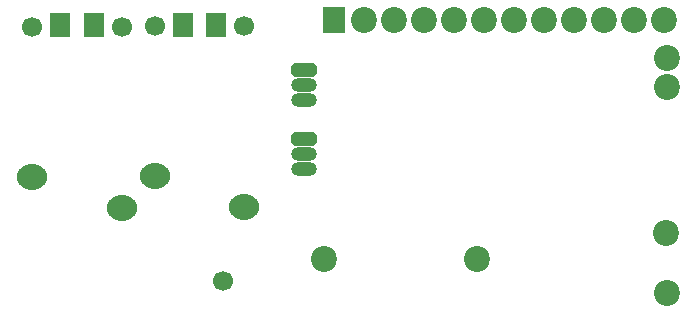
<source format=gbr>
G04 DipTrace 3.3.1.3*
G04 BottomMask.gbr*
%MOMM*%
G04 #@! TF.FileFunction,Soldermask,Bot*
G04 #@! TF.Part,Single*
%AMOUTLINE1*
4,1,20,
1.30179,0.0,
1.2361,-0.34561,
1.04752,-0.65404,
0.75802,-0.89529,
0.39739,-1.04842,
0.0,-1.10087,
-0.39739,-1.04842,
-0.75802,-0.89529,
-1.04752,-0.65404,
-1.2361,-0.34561,
-1.30179,0.0,
-1.2361,0.34561,
-1.04752,0.65404,
-0.75802,0.89529,
-0.39739,1.04842,
0.0,1.10087,
0.39739,1.04842,
0.75802,0.89529,
1.04752,0.65404,
1.2361,0.34561,
1.30179,0.0,
0*%
%AMOUTLINE4*
4,1,8,
-0.79142,0.6,
-1.1,0.29142,
-1.1,-0.29142,
-0.79142,-0.6,
0.79142,-0.6,
1.1,-0.29142,
1.1,0.29142,
0.79142,0.6,
-0.79142,0.6,
0*%
%ADD40R,1.8X2.0*%
%ADD42O,2.2X1.2*%
%ADD48R,1.9X2.2*%
%ADD50C,1.7*%
%ADD51C,2.2*%
%ADD53C,2.2*%
%ADD60OUTLINE1*%
%ADD63OUTLINE4*%
%FSLAX35Y35*%
G04*
G71*
G90*
G75*
G01*
G04 BotMask*
%LPD*%
D53*
X3129780Y-3919347D3*
X1832913D3*
D51*
X4737267Y-2210713D3*
Y-2460713D3*
Y-4200713D3*
X4727267Y-3700713D3*
D60*
X402627Y-3217027D3*
X1162627Y-3477027D3*
D50*
Y-1947027D3*
X402627D3*
D60*
X-636780Y-3221190D3*
X123220Y-3481190D3*
D50*
Y-1951190D3*
X-636780D3*
D48*
X1918897Y-1896997D3*
D53*
X2172897D3*
X2426897D3*
X2680897D3*
X2934897D3*
X3188897D3*
X3442897D3*
X3696897D3*
X3950897D3*
X4204897D3*
X4458897D3*
X4712897D3*
D63*
X1669773Y-2319910D3*
D42*
Y-2446910D3*
Y-2573910D3*
D63*
Y-2899253D3*
D42*
Y-3026253D3*
Y-3153253D3*
D40*
X-115348Y-1937841D3*
X-395348D3*
X921103Y-1939220D3*
X641103D3*
D50*
X982106Y-4106196D3*
M02*

</source>
